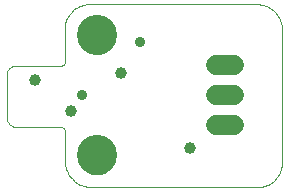
<source format=gbs>
G75*
%MOIN*%
%OFA0B0*%
%FSLAX24Y24*%
%IPPOS*%
%LPD*%
%AMOC8*
5,1,8,0,0,1.08239X$1,22.5*
%
%ADD10C,0.0000*%
%ADD11C,0.1340*%
%ADD12C,0.0680*%
%ADD13C,0.0358*%
%ADD14C,0.0397*%
D10*
X004197Y001446D02*
X009709Y001446D01*
X009709Y001445D02*
X009764Y001448D01*
X009819Y001455D01*
X009874Y001465D01*
X009927Y001479D01*
X009980Y001496D01*
X010031Y001517D01*
X010081Y001541D01*
X010129Y001569D01*
X010176Y001599D01*
X010220Y001632D01*
X010262Y001668D01*
X010302Y001707D01*
X010339Y001748D01*
X010373Y001792D01*
X010404Y001838D01*
X010432Y001886D01*
X010457Y001935D01*
X010479Y001986D01*
X010497Y002038D01*
X010512Y002092D01*
X010523Y002146D01*
X010531Y002201D01*
X010535Y002256D01*
X010536Y002312D01*
X010536Y006682D01*
X010535Y006738D01*
X010531Y006793D01*
X010523Y006848D01*
X010512Y006902D01*
X010497Y006956D01*
X010479Y007008D01*
X010457Y007059D01*
X010432Y007108D01*
X010404Y007156D01*
X010373Y007202D01*
X010339Y007246D01*
X010302Y007287D01*
X010262Y007326D01*
X010220Y007362D01*
X010176Y007395D01*
X010129Y007425D01*
X010081Y007453D01*
X010031Y007477D01*
X009980Y007498D01*
X009927Y007515D01*
X009874Y007529D01*
X009819Y007539D01*
X009764Y007546D01*
X009709Y007549D01*
X009709Y007548D02*
X004119Y007548D01*
X003292Y006761D02*
X003292Y005659D01*
X003293Y005637D01*
X003291Y005615D01*
X003286Y005594D01*
X003277Y005574D01*
X003265Y005556D01*
X003251Y005539D01*
X003234Y005525D01*
X003215Y005514D01*
X003195Y005506D01*
X003174Y005501D01*
X001638Y005501D01*
X001638Y005502D02*
X001607Y005500D01*
X001577Y005495D01*
X001547Y005487D01*
X001518Y005475D01*
X001491Y005460D01*
X001466Y005442D01*
X001443Y005421D01*
X001422Y005398D01*
X001404Y005373D01*
X001389Y005346D01*
X001377Y005317D01*
X001369Y005287D01*
X001364Y005257D01*
X001362Y005226D01*
X001363Y005226D02*
X001363Y003769D01*
X001365Y003736D01*
X001370Y003704D01*
X001378Y003672D01*
X001390Y003641D01*
X001405Y003612D01*
X001423Y003584D01*
X001444Y003558D01*
X001467Y003535D01*
X001493Y003514D01*
X001521Y003496D01*
X001550Y003481D01*
X001581Y003469D01*
X001613Y003461D01*
X001645Y003456D01*
X001678Y003454D01*
X003134Y003454D01*
X003156Y003455D01*
X003178Y003453D01*
X003199Y003448D01*
X003219Y003439D01*
X003237Y003427D01*
X003254Y003413D01*
X003268Y003396D01*
X003279Y003377D01*
X003287Y003357D01*
X003292Y003336D01*
X003292Y002352D01*
X003291Y002352D02*
X003293Y002293D01*
X003299Y002234D01*
X003308Y002175D01*
X003322Y002118D01*
X003339Y002061D01*
X003360Y002005D01*
X003384Y001951D01*
X003412Y001899D01*
X003444Y001849D01*
X003478Y001800D01*
X003516Y001755D01*
X003556Y001711D01*
X003600Y001671D01*
X003645Y001633D01*
X003694Y001599D01*
X003744Y001567D01*
X003796Y001539D01*
X003850Y001515D01*
X003906Y001494D01*
X003963Y001477D01*
X004020Y001463D01*
X004079Y001454D01*
X004138Y001448D01*
X004197Y001446D01*
X003725Y002509D02*
X003727Y002559D01*
X003733Y002609D01*
X003743Y002658D01*
X003757Y002706D01*
X003774Y002753D01*
X003795Y002798D01*
X003820Y002842D01*
X003848Y002883D01*
X003880Y002922D01*
X003914Y002959D01*
X003951Y002993D01*
X003991Y003023D01*
X004033Y003050D01*
X004077Y003074D01*
X004123Y003095D01*
X004170Y003111D01*
X004218Y003124D01*
X004268Y003133D01*
X004317Y003138D01*
X004368Y003139D01*
X004418Y003136D01*
X004467Y003129D01*
X004516Y003118D01*
X004564Y003103D01*
X004610Y003085D01*
X004655Y003063D01*
X004698Y003037D01*
X004739Y003008D01*
X004778Y002976D01*
X004814Y002941D01*
X004846Y002903D01*
X004876Y002863D01*
X004903Y002820D01*
X004926Y002776D01*
X004945Y002730D01*
X004961Y002682D01*
X004973Y002633D01*
X004981Y002584D01*
X004985Y002534D01*
X004985Y002484D01*
X004981Y002434D01*
X004973Y002385D01*
X004961Y002336D01*
X004945Y002288D01*
X004926Y002242D01*
X004903Y002198D01*
X004876Y002155D01*
X004846Y002115D01*
X004814Y002077D01*
X004778Y002042D01*
X004739Y002010D01*
X004698Y001981D01*
X004655Y001955D01*
X004610Y001933D01*
X004564Y001915D01*
X004516Y001900D01*
X004467Y001889D01*
X004418Y001882D01*
X004368Y001879D01*
X004317Y001880D01*
X004268Y001885D01*
X004218Y001894D01*
X004170Y001907D01*
X004123Y001923D01*
X004077Y001944D01*
X004033Y001968D01*
X003991Y001995D01*
X003951Y002025D01*
X003914Y002059D01*
X003880Y002096D01*
X003848Y002135D01*
X003820Y002176D01*
X003795Y002220D01*
X003774Y002265D01*
X003757Y002312D01*
X003743Y002360D01*
X003733Y002409D01*
X003727Y002459D01*
X003725Y002509D01*
X003725Y006525D02*
X003727Y006575D01*
X003733Y006625D01*
X003743Y006674D01*
X003757Y006722D01*
X003774Y006769D01*
X003795Y006814D01*
X003820Y006858D01*
X003848Y006899D01*
X003880Y006938D01*
X003914Y006975D01*
X003951Y007009D01*
X003991Y007039D01*
X004033Y007066D01*
X004077Y007090D01*
X004123Y007111D01*
X004170Y007127D01*
X004218Y007140D01*
X004268Y007149D01*
X004317Y007154D01*
X004368Y007155D01*
X004418Y007152D01*
X004467Y007145D01*
X004516Y007134D01*
X004564Y007119D01*
X004610Y007101D01*
X004655Y007079D01*
X004698Y007053D01*
X004739Y007024D01*
X004778Y006992D01*
X004814Y006957D01*
X004846Y006919D01*
X004876Y006879D01*
X004903Y006836D01*
X004926Y006792D01*
X004945Y006746D01*
X004961Y006698D01*
X004973Y006649D01*
X004981Y006600D01*
X004985Y006550D01*
X004985Y006500D01*
X004981Y006450D01*
X004973Y006401D01*
X004961Y006352D01*
X004945Y006304D01*
X004926Y006258D01*
X004903Y006214D01*
X004876Y006171D01*
X004846Y006131D01*
X004814Y006093D01*
X004778Y006058D01*
X004739Y006026D01*
X004698Y005997D01*
X004655Y005971D01*
X004610Y005949D01*
X004564Y005931D01*
X004516Y005916D01*
X004467Y005905D01*
X004418Y005898D01*
X004368Y005895D01*
X004317Y005896D01*
X004268Y005901D01*
X004218Y005910D01*
X004170Y005923D01*
X004123Y005939D01*
X004077Y005960D01*
X004033Y005984D01*
X003991Y006011D01*
X003951Y006041D01*
X003914Y006075D01*
X003880Y006112D01*
X003848Y006151D01*
X003820Y006192D01*
X003795Y006236D01*
X003774Y006281D01*
X003757Y006328D01*
X003743Y006376D01*
X003733Y006425D01*
X003727Y006475D01*
X003725Y006525D01*
X003292Y006761D02*
X003295Y006816D01*
X003302Y006870D01*
X003313Y006924D01*
X003327Y006978D01*
X003345Y007030D01*
X003367Y007080D01*
X003392Y007130D01*
X003420Y007177D01*
X003451Y007222D01*
X003486Y007265D01*
X003523Y007306D01*
X003563Y007344D01*
X003605Y007379D01*
X003650Y007411D01*
X003697Y007441D01*
X003745Y007466D01*
X003796Y007489D01*
X003847Y007508D01*
X003900Y007523D01*
X003954Y007535D01*
X004009Y007543D01*
X004064Y007547D01*
X004119Y007548D01*
D11*
X004355Y006525D03*
X004355Y002509D03*
D12*
X008322Y003517D02*
X008922Y003517D01*
X008922Y004517D02*
X008322Y004517D01*
X008322Y005517D02*
X008922Y005517D01*
D13*
X005811Y006289D03*
X003882Y004517D03*
D14*
X003489Y004005D03*
X002307Y005029D03*
X005181Y005265D03*
X007465Y002745D03*
M02*

</source>
